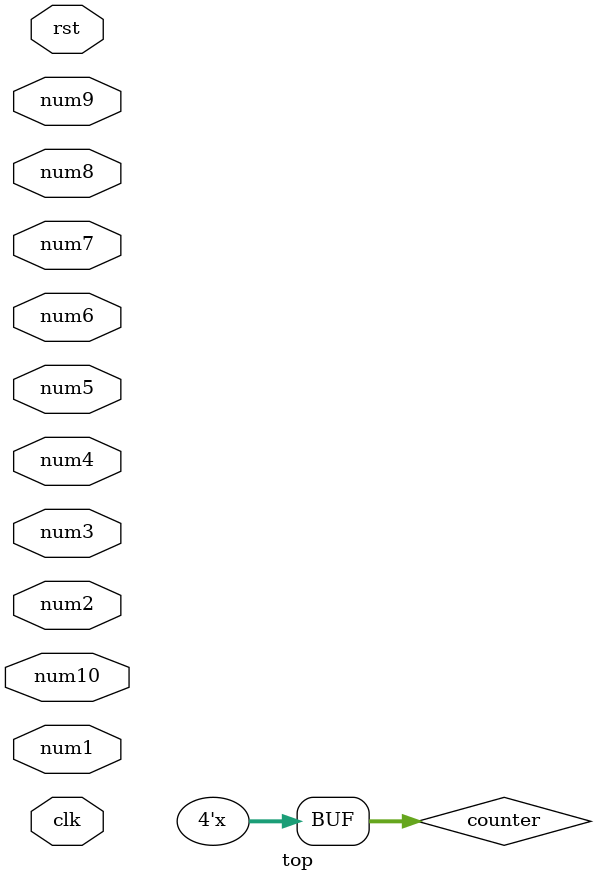
<source format=v>

module top
(
  input clk,
  input rst,
  input [4:0] num1,
  input [4:0] num2,
  input [4:0] num3,
  input [4:0] num4,
  input [4:0] num5,
  input [4:0] num6,
  input [4:0] num7,
  input [4:0] num8,
  input [4:0] num9,
  input [4:0] num10
);

  reg [9:0] res1;
  reg [9:0] res1Nxt;
  reg [9:0] res2;
  reg [9:0] res2Nxt;
  reg [9:0] res3;
  reg [9:0] res3Nxt;
  wire [9:0] out1;
  wire [9:0] out2;
  wire [9:0] out3;
  reg [9:0] in1;
  reg [9:0] in2;
  reg [9:0] in3;
  reg [9:0] in4;
  reg [9:0] in5;
  reg [9:0] in6;
  reg [3:0] counter;
  reg [3:0] counterNxt;
  assign out1 = in1 + in2;
  assign out2 = in3 + in4;
  assign out3 = in5 + in6;

  always @(posedge clk) begin
    counter <= counterNxt;
    res1 <= res1Nxt;
    res2 <= res2Nxt;
    res3 <= res3Nxt;
  end


  always @(*) begin
    res1Nxt = res1;
    res2Nxt = res2;
    res3Nxt = res3;
    counter = counter + 1;
    if(rst) begin
      res1Nxt = 0;
      res2Nxt = 0;
      res3Nxt = 0;
      counterNxt = 0;
    end else begin
      case(counter)
        0: begin
          in1 = num1;
          in2 = num2;
          in3 = num3;
          in4 = num4;
          in5 = num5;
          in6 = num6;
          resNxt1 = out1;
          resNxt2 = out2;
          resNxt3 = out3;
        end
        1: begin
          in1 = res1;
          in2 = num7;
          in3 = res2;
          in4 = num8;
          in5 = res3;
          in6 = num9;
          resNxt1 = out1;
          resNxt2 = out2;
          resNxt3 = out3;
        end
        2: begin
          in1 = res1;
          in2 = num10;
          in3 = res2;
          in4 = res3;
          resNxt1 = out1;
          resNxt2 = out2;
        end
        3: begin
          in1 = res1;
          in2 = res2;
          resNxt1 = out1;
        end
      endcase
    end
  end


endmodule

</source>
